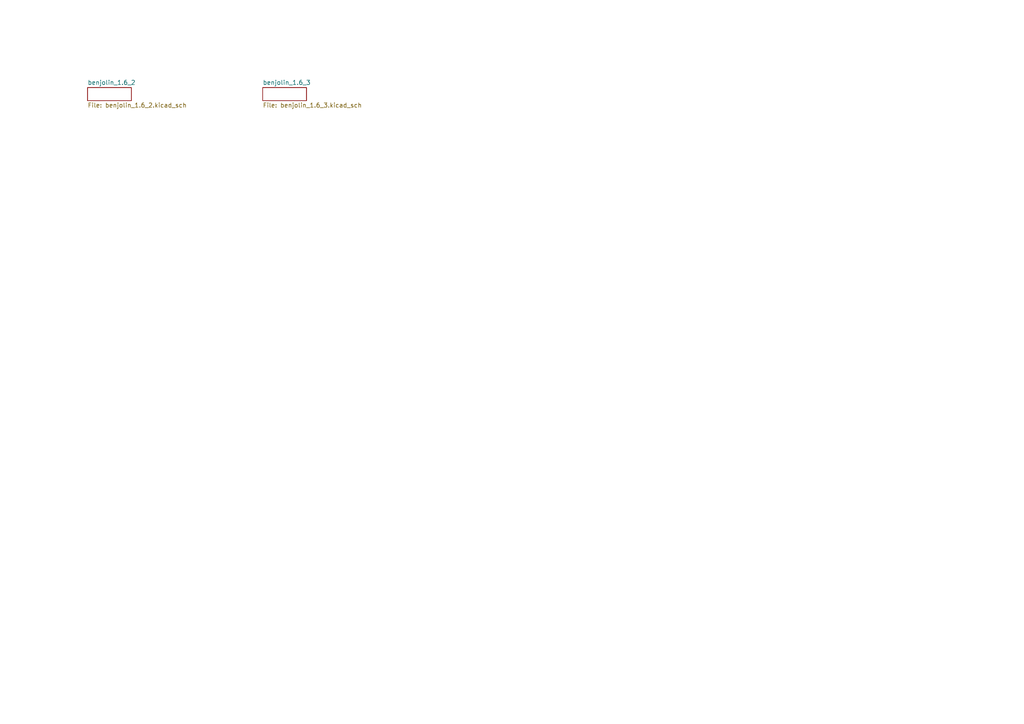
<source format=kicad_sch>
(kicad_sch (version 20211123) (generator eeschema)
  (paper "A4")
  (lib_symbols)
  (sheet (at 76.2 25.4) (size 12.7 3.81)
    (property "Sheet name" "benjolin_1.6_3" (at 76.2 24.6884 0) (effects (justify left bottom)))
    (property "Sheet file" "benjolin_1.6_3.kicad_sch" (at 76.2 29.7946 0) (effects (justify left top)))
  )
  (sheet (at 25.4 25.4) (size 12.7 3.81)
    (property "Sheet name" "benjolin_1.6_2" (at 25.4 24.6884 0) (effects (justify left bottom)))
    (property "Sheet file" "benjolin_1.6_2.kicad_sch" (at 25.4 29.7946 0) (effects (justify left top)))
  )
)
</source>
